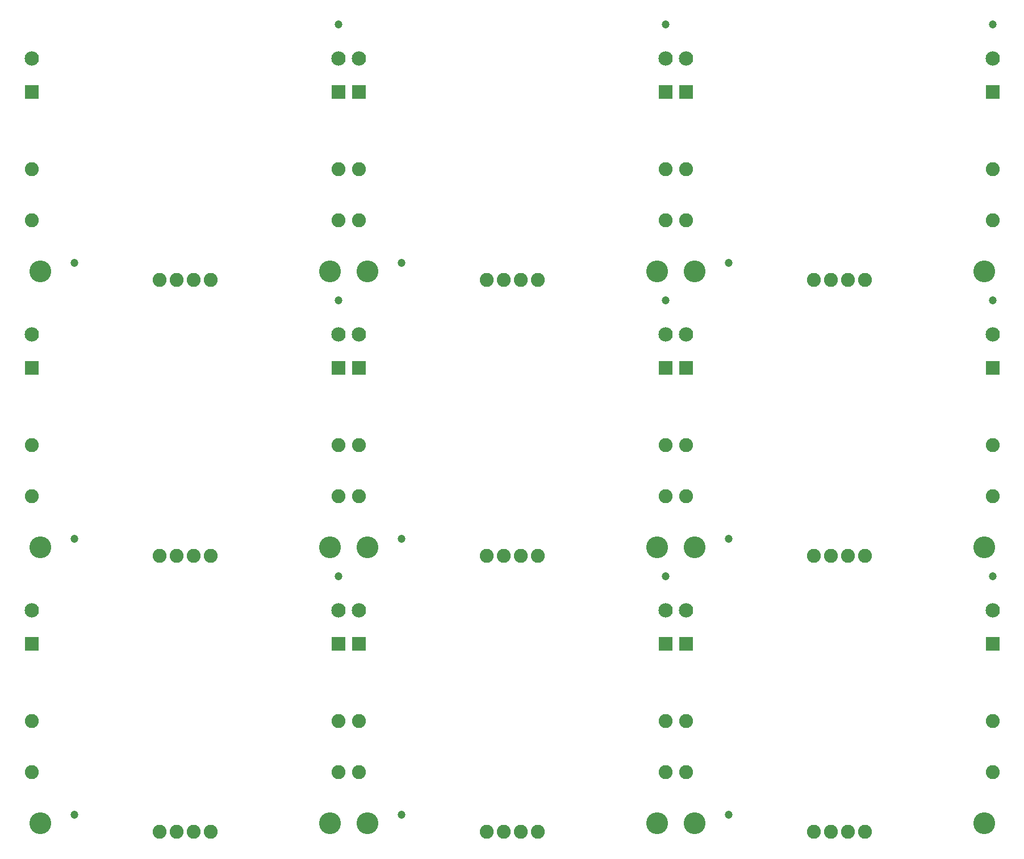
<source format=gbs>
G75*
%MOIN*%
%OFA0B0*%
%FSLAX25Y25*%
%IPPOS*%
%LPD*%
%AMOC8*
5,1,8,0,0,1.08239X$1,22.5*
%
%ADD10C,0.08200*%
%ADD11C,0.08400*%
%ADD12R,0.08400X0.08400*%
%ADD13C,0.04737*%
%ADD14C,0.12800*%
D10*
X0033750Y0068750D03*
X0033750Y0098750D03*
X0108750Y0033750D03*
X0118750Y0033750D03*
X0128750Y0033750D03*
X0138750Y0033750D03*
X0213750Y0068750D03*
X0225750Y0068750D03*
X0225750Y0098750D03*
X0213750Y0098750D03*
X0300750Y0033750D03*
X0310750Y0033750D03*
X0320750Y0033750D03*
X0330750Y0033750D03*
X0405750Y0068750D03*
X0417750Y0068750D03*
X0417750Y0098750D03*
X0405750Y0098750D03*
X0492750Y0033750D03*
X0502750Y0033750D03*
X0512750Y0033750D03*
X0522750Y0033750D03*
X0597750Y0068750D03*
X0597750Y0098750D03*
X0522750Y0195750D03*
X0512750Y0195750D03*
X0502750Y0195750D03*
X0492750Y0195750D03*
X0417750Y0230750D03*
X0405750Y0230750D03*
X0405750Y0260750D03*
X0417750Y0260750D03*
X0330750Y0195750D03*
X0320750Y0195750D03*
X0310750Y0195750D03*
X0300750Y0195750D03*
X0225750Y0230750D03*
X0213750Y0230750D03*
X0213750Y0260750D03*
X0225750Y0260750D03*
X0138750Y0195750D03*
X0128750Y0195750D03*
X0118750Y0195750D03*
X0108750Y0195750D03*
X0033750Y0230750D03*
X0033750Y0260750D03*
X0108750Y0357750D03*
X0118750Y0357750D03*
X0128750Y0357750D03*
X0138750Y0357750D03*
X0213750Y0392750D03*
X0225750Y0392750D03*
X0225750Y0422750D03*
X0213750Y0422750D03*
X0300750Y0357750D03*
X0310750Y0357750D03*
X0320750Y0357750D03*
X0330750Y0357750D03*
X0405750Y0392750D03*
X0417750Y0392750D03*
X0417750Y0422750D03*
X0405750Y0422750D03*
X0492750Y0357750D03*
X0502750Y0357750D03*
X0512750Y0357750D03*
X0522750Y0357750D03*
X0597750Y0392750D03*
X0597750Y0422750D03*
X0597750Y0260750D03*
X0597750Y0230750D03*
X0033750Y0392750D03*
X0033750Y0422750D03*
D11*
X0033750Y0487593D03*
X0213750Y0487593D03*
X0225750Y0487593D03*
X0405750Y0487593D03*
X0417750Y0487593D03*
X0597750Y0487593D03*
X0597750Y0325593D03*
X0417750Y0325593D03*
X0405750Y0325593D03*
X0225750Y0325593D03*
X0213750Y0325593D03*
X0033750Y0325593D03*
X0033750Y0163593D03*
X0213750Y0163593D03*
X0225750Y0163593D03*
X0405750Y0163593D03*
X0417750Y0163593D03*
X0597750Y0163593D03*
D12*
X0597750Y0143907D03*
X0417750Y0143907D03*
X0405750Y0143907D03*
X0225750Y0143907D03*
X0213750Y0143907D03*
X0033750Y0143907D03*
X0033750Y0305907D03*
X0213750Y0305907D03*
X0225750Y0305907D03*
X0405750Y0305907D03*
X0417750Y0305907D03*
X0597750Y0305907D03*
X0597750Y0467907D03*
X0417750Y0467907D03*
X0405750Y0467907D03*
X0225750Y0467907D03*
X0213750Y0467907D03*
X0033750Y0467907D03*
D13*
X0058750Y0367750D03*
X0213750Y0345750D03*
X0250750Y0367750D03*
X0405750Y0345750D03*
X0442750Y0367750D03*
X0597750Y0345750D03*
X0442750Y0205750D03*
X0405750Y0183750D03*
X0250750Y0205750D03*
X0213750Y0183750D03*
X0058750Y0205750D03*
X0058750Y0043750D03*
X0250750Y0043750D03*
X0442750Y0043750D03*
X0597750Y0183750D03*
X0597750Y0507750D03*
X0405750Y0507750D03*
X0213750Y0507750D03*
D14*
X0038750Y0038750D03*
X0208750Y0038750D03*
X0230750Y0038750D03*
X0400750Y0038750D03*
X0422750Y0038750D03*
X0592750Y0038750D03*
X0592750Y0200750D03*
X0422750Y0200750D03*
X0400750Y0200750D03*
X0230750Y0200750D03*
X0208750Y0200750D03*
X0038750Y0200750D03*
X0038750Y0362750D03*
X0208750Y0362750D03*
X0230750Y0362750D03*
X0400750Y0362750D03*
X0422750Y0362750D03*
X0592750Y0362750D03*
M02*

</source>
